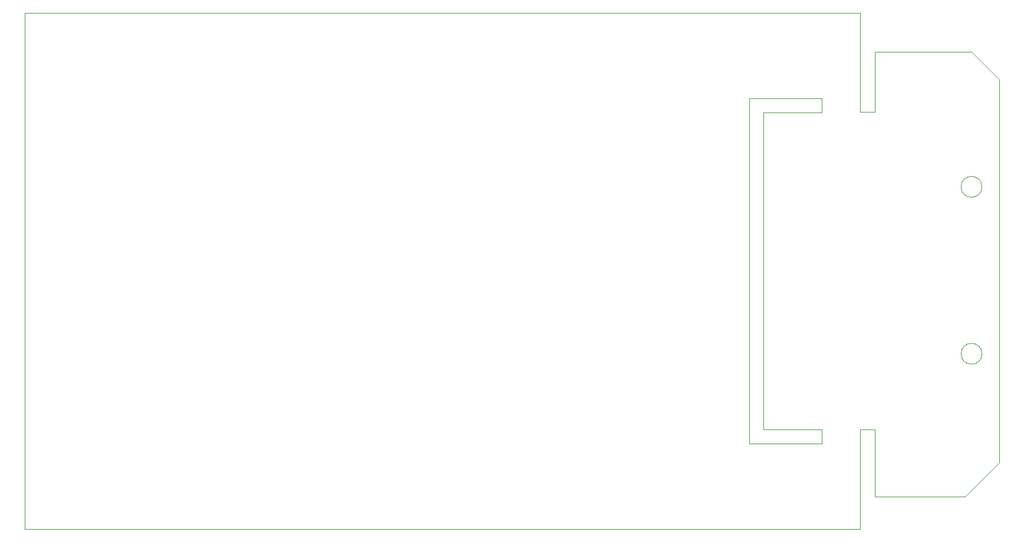
<source format=gbr>
%TF.GenerationSoftware,KiCad,Pcbnew,8.0.1*%
%TF.CreationDate,2024-11-27T15:43:16-06:00*%
%TF.ProjectId,XAmplifier,58416d70-6c69-4666-9965-722e6b696361,rev?*%
%TF.SameCoordinates,Original*%
%TF.FileFunction,Profile,NP*%
%FSLAX46Y46*%
G04 Gerber Fmt 4.6, Leading zero omitted, Abs format (unit mm)*
G04 Created by KiCad (PCBNEW 8.0.1) date 2024-11-27 15:43:16*
%MOMM*%
%LPD*%
G01*
G04 APERTURE LIST*
%TA.AperFunction,Profile*%
%ADD10C,0.050000*%
%TD*%
G04 APERTURE END LIST*
D10*
X214680000Y-127700000D02*
X209780000Y-132600000D01*
X196780000Y-77384000D02*
X196780000Y-68700000D01*
X194680000Y-77384000D02*
X196780000Y-77384000D01*
X212180000Y-88100000D02*
G75*
G02*
X209180000Y-88100000I-1500000J0D01*
G01*
X209180000Y-88100000D02*
G75*
G02*
X212180000Y-88100000I1500000J0D01*
G01*
X210680000Y-68700000D02*
X214680000Y-72700000D01*
X189180000Y-125000000D02*
X189180000Y-123000000D01*
X210680000Y-68700000D02*
X196780000Y-68700000D01*
X180780000Y-123000000D02*
X180780000Y-77400000D01*
X194680000Y-137268000D02*
X194680000Y-122984000D01*
X178780000Y-124984000D02*
X189180000Y-125000000D01*
X189180000Y-77400000D02*
X180780000Y-77400000D01*
X194680000Y-77384000D02*
X194680000Y-63100000D01*
X194680000Y-63100000D02*
X74680000Y-63100000D01*
X178780000Y-75400000D02*
X178780000Y-124984000D01*
X189180000Y-77400000D02*
X189180000Y-75400000D01*
X196780000Y-122984000D02*
X194680000Y-122984000D01*
X189180000Y-123000000D02*
X180780000Y-123000000D01*
X74680000Y-63100000D02*
X74680000Y-137268000D01*
X178780000Y-75400000D02*
X189180000Y-75400000D01*
X212180000Y-112100000D02*
G75*
G02*
X209180000Y-112100000I-1500000J0D01*
G01*
X209180000Y-112100000D02*
G75*
G02*
X212180000Y-112100000I1500000J0D01*
G01*
X196780000Y-132600000D02*
X209780000Y-132600000D01*
X196780000Y-122984000D02*
X196780000Y-132600000D01*
X214680000Y-127700000D02*
X214680000Y-72700000D01*
X194680000Y-137268000D02*
X74680000Y-137268000D01*
M02*

</source>
